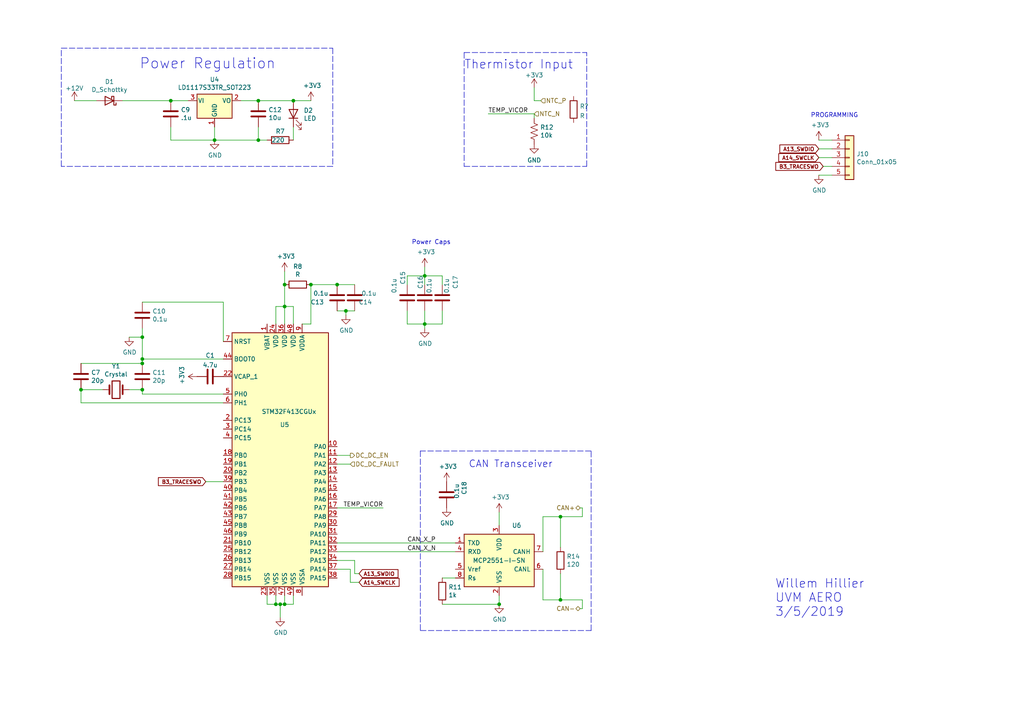
<source format=kicad_sch>
(kicad_sch (version 20211123) (generator eeschema)
  (paper "A4")
  (lib_symbols
    (symbol "Connector_Generic:Conn_01x05" (pin_names (offset 1.016) hide)
      (property "Reference" "J" (at 0 7.62 0))
      (property "Value" "Conn_01x05" (at 0 -7.62 0))
      (symbol "Conn_01x05_1_1"
        (rectangle (start -1.27 -4.953) (end 0 -5.207) (stroke (width 0.1524)))
        (rectangle (start -1.27 -2.413) (end 0 -2.667) (stroke (width 0.1524)))
        (rectangle (start -1.27 0.127) (end 0 -0.127) (stroke (width 0.1524)))
        (rectangle (start -1.27 2.667) (end 0 2.413) (stroke (width 0.1524)))
        (rectangle (start -1.27 5.207) (end 0 4.953) (stroke (width 0.1524)))
        (rectangle (start -1.27 6.35) (end 1.27 -6.35) (stroke (width 0.254)) (fill (type background)))
        (pin passive line (at -5.08 5.08 0) (length 3.81) (name "Pin_1") (number "1"))
        (pin passive line (at -5.08 2.54 0) (length 3.81) (name "Pin_2") (number "2"))
        (pin passive line (at -5.08 0 0) (length 3.81) (name "Pin_3") (number "3"))
        (pin passive line (at -5.08 -2.54 0) (length 3.81) (name "Pin_4") (number "4"))
        (pin passive line (at -5.08 -5.08 0) (length 3.81) (name "Pin_5") (number "5"))
      )
    )
    (symbol "Device:C" (pin_numbers hide) (pin_names (offset 0.254))
      (property "Reference" "C" (at 0.635 2.54 0))
      (property "Value" "C" (at 0.635 -2.54 0))
      (symbol "C_0_1"
        (polyline (pts (xy -2.032 -0.762) (xy 2.032 -0.762)) (stroke (width 0.508)))
        (polyline (pts (xy -2.032 0.762) (xy 2.032 0.762)) (stroke (width 0.508)))
      )
      (symbol "C_1_1"
        (pin passive line (at 0 3.81 270) (length 2.794) (name "~") (number "1"))
        (pin passive line (at 0 -3.81 90) (length 2.794) (name "~") (number "2"))
      )
    )
    (symbol "Device:Crystal" (pin_numbers hide) (pin_names (offset 1.016) hide)
      (property "Reference" "Y" (at 0 3.81 0))
      (property "Value" "Crystal" (at 0 -3.81 0))
      (symbol "Crystal_0_1"
        (rectangle (start -1.143 2.54) (end 1.143 -2.54) (stroke (width 0.3048)))
        (polyline (pts (xy -2.54 0) (xy -1.905 0)))
        (polyline (pts (xy -1.905 -1.27) (xy -1.905 1.27)) (stroke (width 0.508)))
        (polyline (pts (xy 1.905 -1.27) (xy 1.905 1.27)) (stroke (width 0.508)))
        (polyline (pts (xy 2.54 0) (xy 1.905 0)))
      )
      (symbol "Crystal_1_1"
        (pin passive line (at -3.81 0 0) (length 1.27) (name "1") (number "1"))
        (pin passive line (at 3.81 0 180) (length 1.27) (name "2") (number "2"))
      )
    )
    (symbol "Device:D_Schottky" (pin_numbers hide) (pin_names (offset 1.016) hide)
      (property "Reference" "D" (at 0 2.54 0))
      (property "Value" "D_Schottky" (at 0 -2.54 0))
      (symbol "D_Schottky_0_1"
        (polyline (pts (xy 1.27 0) (xy -1.27 0)))
        (polyline (pts (xy 1.27 1.27) (xy 1.27 -1.27) (xy -1.27 0) (xy 1.27 1.27)) (stroke (width 0.254)))
        (polyline (pts (xy -1.905 0.635) (xy -1.905 1.27) (xy -1.27 1.27) (xy -1.27 -1.27) (xy -0.635 -1.27) (xy -0.635 -0.635)) (stroke (width 0.254)))
      )
      (symbol "D_Schottky_1_1"
        (pin passive line (at -3.81 0 0) (length 2.54) (name "K") (number "1"))
        (pin passive line (at 3.81 0 180) (length 2.54) (name "A") (number "2"))
      )
    )
    (symbol "Device:LED" (pin_numbers hide) (pin_names (offset 1.016) hide)
      (property "Reference" "D" (at 0 2.54 0))
      (property "Value" "LED" (at 0 -2.54 0))
      (symbol "LED_0_1"
        (polyline (pts (xy -1.27 -1.27) (xy -1.27 1.27)) (stroke (width 0.254)))
        (polyline (pts (xy -1.27 0) (xy 1.27 0)))
        (polyline (pts (xy 1.27 -1.27) (xy 1.27 1.27) (xy -1.27 0) (xy 1.27 -1.27)) (stroke (width 0.254)))
        (polyline (pts (xy -3.048 -0.762) (xy -4.572 -2.286) (xy -3.81 -2.286) (xy -4.572 -2.286) (xy -4.572 -1.524)))
        (polyline (pts (xy -1.778 -0.762) (xy -3.302 -2.286) (xy -2.54 -2.286) (xy -3.302 -2.286) (xy -3.302 -1.524)))
      )
      (symbol "LED_1_1"
        (pin passive line (at -3.81 0 0) (length 2.54) (name "K") (number "1"))
        (pin passive line (at 3.81 0 180) (length 2.54) (name "A") (number "2"))
      )
    )
    (symbol "Device:R" (pin_numbers hide) (pin_names (offset 0))
      (property "Reference" "R" (at 2.032 0 90))
      (property "Value" "R" (at 0 0 90))
      (symbol "R_0_1"
        (rectangle (start -1.016 -2.54) (end 1.016 2.54) (stroke (width 0.254)))
      )
      (symbol "R_1_1"
        (pin passive line (at 0 3.81 270) (length 1.27) (name "~") (number "1"))
        (pin passive line (at 0 -3.81 90) (length 1.27) (name "~") (number "2"))
      )
    )
    (symbol "Device:R_US" (pin_numbers hide) (pin_names (offset 0))
      (property "Reference" "R" (at 2.54 0 90))
      (property "Value" "R_US" (at -2.54 0 90))
      (symbol "R_US_0_1"
        (polyline (pts (xy 0 -2.286) (xy 0 -2.54)))
        (polyline (pts (xy 0 2.286) (xy 0 2.54)))
        (polyline (pts (xy 0 -0.762) (xy 1.016 -1.143) (xy 0 -1.524) (xy -1.016 -1.905) (xy 0 -2.286)))
        (polyline (pts (xy 0 0.762) (xy 1.016 0.381) (xy 0 0) (xy -1.016 -0.381) (xy 0 -0.762)))
        (polyline (pts (xy 0 2.286) (xy 1.016 1.905) (xy 0 1.524) (xy -1.016 1.143) (xy 0 0.762)))
      )
      (symbol "R_US_1_1"
        (pin passive line (at 0 3.81 270) (length 1.27) (name "~") (number "1"))
        (pin passive line (at 0 -3.81 90) (length 1.27) (name "~") (number "2"))
      )
    )
    (symbol "Interface_CAN_LIN:MCP2551-I-SN" (pin_names (offset 1.016))
      (property "Reference" "U" (at -10.16 8.89 0))
      (property "Value" "MCP2551-I-SN" (at 2.54 8.89 0))
      (symbol "MCP2551-I-SN_0_1"
        (rectangle (start -10.16 7.62) (end 10.16 -7.62) (stroke (width 0.254)) (fill (type background)))
      )
      (symbol "MCP2551-I-SN_1_1"
        (pin input line (at -12.7 5.08 0) (length 2.54) (name "TXD") (number "1"))
        (pin power_in line (at 0 -10.16 90) (length 2.54) (name "VSS") (number "2"))
        (pin power_in line (at 0 10.16 270) (length 2.54) (name "VDD") (number "3"))
        (pin output line (at -12.7 2.54 0) (length 2.54) (name "RXD") (number "4"))
        (pin power_out line (at -12.7 -2.54 0) (length 2.54) (name "Vref") (number "5"))
        (pin bidirectional line (at 12.7 -2.54 180) (length 2.54) (name "CANL") (number "6"))
        (pin bidirectional line (at 12.7 2.54 180) (length 2.54) (name "CANH") (number "7"))
        (pin input line (at -12.7 -5.08 0) (length 2.54) (name "Rs") (number "8"))
      )
    )
    (symbol "MCU_ST_STM32F4:STM32F413CGUx"
      (property "Reference" "U" (at -15.24 36.83 0))
      (property "Value" "STM32F413CGUx" (at 7.62 36.83 0))
      (symbol "STM32F413CGUx_0_1"
        (rectangle (start -15.24 -38.1) (end 12.7 35.56) (stroke (width 0.254)) (fill (type background)))
      )
      (symbol "STM32F413CGUx_1_1"
        (pin power_in line (at -5.08 38.1 270) (length 2.54) (name "VBAT") (number "1"))
        (pin bidirectional line (at 15.24 2.54 180) (length 2.54) (name "PA0") (number "10"))
        (pin bidirectional line (at 15.24 0 180) (length 2.54) (name "PA1") (number "11"))
        (pin bidirectional line (at 15.24 -2.54 180) (length 2.54) (name "PA2") (number "12"))
        (pin bidirectional line (at 15.24 -5.08 180) (length 2.54) (name "PA3") (number "13"))
        (pin bidirectional line (at 15.24 -7.62 180) (length 2.54) (name "PA4") (number "14"))
        (pin bidirectional line (at 15.24 -10.16 180) (length 2.54) (name "PA5") (number "15"))
        (pin bidirectional line (at 15.24 -12.7 180) (length 2.54) (name "PA6") (number "16"))
        (pin bidirectional line (at 15.24 -15.24 180) (length 2.54) (name "PA7") (number "17"))
        (pin bidirectional line (at -17.78 0 0) (length 2.54) (name "PB0") (number "18"))
        (pin bidirectional line (at -17.78 -2.54 0) (length 2.54) (name "PB1") (number "19"))
        (pin bidirectional line (at -17.78 10.16 0) (length 2.54) (name "PC13") (number "2"))
        (pin bidirectional line (at -17.78 -5.08 0) (length 2.54) (name "PB2") (number "20"))
        (pin bidirectional line (at -17.78 -25.4 0) (length 2.54) (name "PB10") (number "21"))
        (pin power_in line (at -17.78 22.86 0) (length 2.54) (name "VCAP_1") (number "22"))
        (pin power_in line (at -5.08 -40.64 90) (length 2.54) (name "VSS") (number "23"))
        (pin power_in line (at -2.54 38.1 270) (length 2.54) (name "VDD") (number "24"))
        (pin bidirectional line (at -17.78 -27.94 0) (length 2.54) (name "PB12") (number "25"))
        (pin bidirectional line (at -17.78 -30.48 0) (length 2.54) (name "PB13") (number "26"))
        (pin bidirectional line (at -17.78 -33.02 0) (length 2.54) (name "PB14") (number "27"))
        (pin bidirectional line (at -17.78 -35.56 0) (length 2.54) (name "PB15") (number "28"))
        (pin bidirectional line (at 15.24 -17.78 180) (length 2.54) (name "PA8") (number "29"))
        (pin bidirectional line (at -17.78 7.62 0) (length 2.54) (name "PC14") (number "3"))
        (pin bidirectional line (at 15.24 -20.32 180) (length 2.54) (name "PA9") (number "30"))
        (pin bidirectional line (at 15.24 -22.86 180) (length 2.54) (name "PA10") (number "31"))
        (pin bidirectional line (at 15.24 -25.4 180) (length 2.54) (name "PA11") (number "32"))
        (pin bidirectional line (at 15.24 -27.94 180) (length 2.54) (name "PA12") (number "33"))
        (pin bidirectional line (at 15.24 -30.48 180) (length 2.54) (name "PA13") (number "34"))
        (pin power_in line (at -2.54 -40.64 90) (length 2.54) (name "VSS") (number "35"))
        (pin power_in line (at 0 38.1 270) (length 2.54) (name "VDD") (number "36"))
        (pin bidirectional line (at 15.24 -33.02 180) (length 2.54) (name "PA14") (number "37"))
        (pin bidirectional line (at 15.24 -35.56 180) (length 2.54) (name "PA15") (number "38"))
        (pin bidirectional line (at -17.78 -7.62 0) (length 2.54) (name "PB3") (number "39"))
        (pin bidirectional line (at -17.78 5.08 0) (length 2.54) (name "PC15") (number "4"))
        (pin bidirectional line (at -17.78 -10.16 0) (length 2.54) (name "PB4") (number "40"))
        (pin bidirectional line (at -17.78 -12.7 0) (length 2.54) (name "PB5") (number "41"))
        (pin bidirectional line (at -17.78 -15.24 0) (length 2.54) (name "PB6") (number "42"))
        (pin bidirectional line (at -17.78 -17.78 0) (length 2.54) (name "PB7") (number "43"))
        (pin input line (at -17.78 27.94 0) (length 2.54) (name "BOOT0") (number "44"))
        (pin bidirectional line (at -17.78 -20.32 0) (length 2.54) (name "PB8") (number "45"))
        (pin bidirectional line (at -17.78 -22.86 0) (length 2.54) (name "PB9") (number "46"))
        (pin power_in line (at 0 -40.64 90) (length 2.54) (name "VSS") (number "47"))
        (pin power_in line (at 2.54 38.1 270) (length 2.54) (name "VDD") (number "48"))
        (pin power_in line (at 2.54 -40.64 90) (length 2.54) (name "VSS") (number "49"))
        (pin input line (at -17.78 17.78 0) (length 2.54) (name "PH0") (number "5"))
        (pin input line (at -17.78 15.24 0) (length 2.54) (name "PH1") (number "6"))
        (pin input line (at -17.78 33.02 0) (length 2.54) (name "NRST") (number "7"))
        (pin power_in line (at 5.08 -40.64 90) (length 2.54) (name "VSSA") (number "8"))
        (pin power_in line (at 5.08 38.1 270) (length 2.54) (name "VDDA") (number "9"))
      )
    )
    (symbol "Regulator_Linear:LD1117S33TR_SOT223" (pin_names (offset 0.254))
      (property "Reference" "U" (at -3.81 3.175 0))
      (property "Value" "LD1117S33TR_SOT223" (at 0 3.175 0))
      (symbol "LD1117S33TR_SOT223_0_1"
        (rectangle (start -5.08 -5.08) (end 5.08 1.905) (stroke (width 0.254)) (fill (type background)))
      )
      (symbol "LD1117S33TR_SOT223_1_1"
        (pin power_in line (at 0 -7.62 90) (length 2.54) (name "GND") (number "1"))
        (pin power_out line (at 7.62 0 180) (length 2.54) (name "VO") (number "2"))
        (pin power_in line (at -7.62 0 0) (length 2.54) (name "VI") (number "3"))
      )
    )
    (symbol "power:+12V" (power) (pin_names (offset 0))
      (property "Value" "+12V" (at 0 3.556 0))
      (symbol "+12V_0_1"
        (polyline (pts (xy -0.762 1.27) (xy 0 2.54)))
        (polyline (pts (xy 0 0) (xy 0 2.54)))
        (polyline (pts (xy 0 2.54) (xy 0.762 1.27)))
      )
      (symbol "+12V_1_1"
        (pin power_in line (at 0 0 90) (length 0) hide (name "+12V") (number "1"))
      )
    )
    (symbol "power:+3.3V" (power) (pin_names (offset 0))
      (property "Value" "+3.3V" (at 0 3.556 0))
      (symbol "+3.3V_0_1"
        (polyline (pts (xy -0.762 1.27) (xy 0 2.54)))
        (polyline (pts (xy 0 0) (xy 0 2.54)))
        (polyline (pts (xy 0 2.54) (xy 0.762 1.27)))
      )
      (symbol "+3.3V_1_1"
        (pin power_in line (at 0 0 90) (length 0) hide (name "+3V3") (number "1"))
      )
    )
    (symbol "power:GND" (power) (pin_names (offset 0))
      (property "Value" "GND" (at 0 -3.81 0))
      (symbol "GND_0_1"
        (polyline (pts (xy 0 0) (xy 0 -1.27) (xy 1.27 -1.27) (xy 0 -2.54) (xy -1.27 -1.27) (xy 0 -1.27)))
      )
      (symbol "GND_1_1"
        (pin power_in line (at 0 0 270) (length 0) hide (name "GND") (number "1"))
      )
    )
  )
  (junction (at 82.55 175.26))
  (junction (at 81.28 175.26))
  (junction (at 23.495 113.03))
  (junction (at 74.93 29.21))
  (junction (at 97.79 82.55))
  (junction (at 62.23 40.64))
  (junction (at 90.17 82.55))
  (junction (at 85.09 29.21))
  (junction (at 144.78 175.26))
  (junction (at 41.275 104.14))
  (junction (at 80.01 175.26))
  (junction (at 41.275 113.03))
  (junction (at 49.53 29.21))
  (junction (at 41.275 97.79))
  (junction (at 74.93 40.64))
  (junction (at 162.56 173.99))
  (junction (at 82.55 88.9))
  (junction (at 100.33 90.17))
  (junction (at 123.19 80.01))
  (junction (at 162.56 149.86))
  (junction (at 41.275 105.41))
  (junction (at 123.19 93.98))
  (junction (at 82.55 82.55))
  (wire (pts (xy 162.56 158.75) (xy 162.56 149.86)))
  (wire (pts (xy 49.53 29.21) (xy 54.61 29.21)))
  (wire (pts (xy 80.01 175.26) (xy 77.47 175.26)))
  (wire (pts (xy 157.48 173.99) (xy 162.56 173.99)))
  (wire (pts (xy 102.87 162.56) (xy 97.79 162.56)))
  (wire (pts (xy 168.275 147.32) (xy 168.91 147.32)))
  (wire (pts (xy 90.17 93.98) (xy 87.63 93.98)))
  (wire (pts (xy 81.28 179.07) (xy 81.28 175.26)))
  (wire (pts (xy 82.55 175.26) (xy 82.55 172.72)))
  (wire (pts (xy 123.19 93.98) (xy 123.19 95.25)))
  (wire (pts (xy 85.09 40.64) (xy 85.09 36.83)))
  (wire (pts (xy 154.94 25.4) (xy 154.94 29.21)))
  (wire (pts (xy 41.275 97.79) (xy 41.275 95.25)))
  (wire (pts (xy 41.275 105.41) (xy 41.275 104.14)))
  (polyline (pts (xy 96.52 13.97) (xy 96.52 48.26)))
  (wire (pts (xy 157.48 165.1) (xy 157.48 173.99)))
  (wire (pts (xy 23.495 113.03) (xy 23.495 116.84)))
  (wire (pts (xy 241.3 45.72) (xy 237.49 45.72)))
  (wire (pts (xy 123.19 90.17) (xy 123.19 93.98)))
  (wire (pts (xy 74.93 40.64) (xy 77.47 40.64)))
  (wire (pts (xy 49.53 36.83) (xy 49.53 40.64)))
  (wire (pts (xy 82.55 82.55) (xy 82.55 88.9)))
  (wire (pts (xy 82.55 175.26) (xy 85.09 175.26)))
  (wire (pts (xy 128.27 167.64) (xy 132.08 167.64)))
  (wire (pts (xy 64.77 114.3) (xy 41.275 114.3)))
  (wire (pts (xy 168.91 176.53) (xy 168.275 176.53)))
  (wire (pts (xy 128.27 90.17) (xy 128.27 93.98)))
  (wire (pts (xy 168.91 147.32) (xy 168.91 149.86)))
  (wire (pts (xy 41.275 87.63) (xy 64.77 87.63)))
  (wire (pts (xy 41.275 104.14) (xy 41.275 97.79)))
  (wire (pts (xy 97.79 160.02) (xy 132.08 160.02)))
  (wire (pts (xy 101.6 132.08) (xy 97.79 132.08)))
  (wire (pts (xy 81.28 175.26) (xy 82.55 175.26)))
  (wire (pts (xy 77.47 175.26) (xy 77.47 172.72)))
  (wire (pts (xy 62.23 36.83) (xy 62.23 40.64)))
  (polyline (pts (xy 171.45 182.88) (xy 171.45 130.81)))
  (wire (pts (xy 97.79 90.17) (xy 100.33 90.17)))
  (wire (pts (xy 85.09 175.26) (xy 85.09 172.72)))
  (wire (pts (xy 74.93 36.83) (xy 74.93 40.64)))
  (wire (pts (xy 37.465 97.79) (xy 41.275 97.79)))
  (wire (pts (xy 80.01 88.9) (xy 80.01 93.98)))
  (wire (pts (xy 81.28 175.26) (xy 80.01 175.26)))
  (wire (pts (xy 41.275 113.03) (xy 37.465 113.03)))
  (wire (pts (xy 23.495 116.84) (xy 64.77 116.84)))
  (wire (pts (xy 97.79 82.55) (xy 102.87 82.55)))
  (wire (pts (xy 82.55 88.9) (xy 85.09 88.9)))
  (wire (pts (xy 157.48 149.86) (xy 162.56 149.86)))
  (wire (pts (xy 100.33 90.17) (xy 102.87 90.17)))
  (wire (pts (xy 237.49 43.18) (xy 241.3 43.18)))
  (wire (pts (xy 74.93 29.21) (xy 69.85 29.21)))
  (wire (pts (xy 162.56 149.86) (xy 168.91 149.86)))
  (wire (pts (xy 118.11 93.98) (xy 123.19 93.98)))
  (wire (pts (xy 168.91 173.99) (xy 168.91 176.53)))
  (wire (pts (xy 74.93 29.21) (xy 85.09 29.21)))
  (wire (pts (xy 97.79 157.48) (xy 132.08 157.48)))
  (wire (pts (xy 144.78 148.59) (xy 144.78 152.4)))
  (wire (pts (xy 123.19 80.01) (xy 123.19 77.47)))
  (wire (pts (xy 162.56 166.37) (xy 162.56 173.99)))
  (wire (pts (xy 100.33 90.17) (xy 100.33 91.44)))
  (polyline (pts (xy 134.62 48.26) (xy 170.18 48.26)))
  (wire (pts (xy 123.19 82.55) (xy 123.19 80.01)))
  (wire (pts (xy 59.69 139.7) (xy 64.77 139.7)))
  (wire (pts (xy 128.27 80.01) (xy 128.27 82.55)))
  (wire (pts (xy 41.275 105.41) (xy 23.495 105.41)))
  (wire (pts (xy 141.605 33.02) (xy 154.94 33.02)))
  (polyline (pts (xy 121.92 130.81) (xy 121.92 182.88)))
  (wire (pts (xy 62.23 40.64) (xy 74.93 40.64)))
  (wire (pts (xy 144.78 172.72) (xy 144.78 175.26)))
  (polyline (pts (xy 17.78 48.26) (xy 17.78 13.97)))
  (wire (pts (xy 82.55 78.74) (xy 82.55 82.55)))
  (wire (pts (xy 64.77 87.63) (xy 64.77 99.06)))
  (polyline (pts (xy 96.52 48.26) (xy 17.78 48.26)))
  (wire (pts (xy 154.94 29.21) (xy 156.845 29.21)))
  (polyline (pts (xy 134.62 15.24) (xy 134.62 48.26)))
  (wire (pts (xy 85.09 29.21) (xy 90.17 29.21)))
  (wire (pts (xy 118.11 82.55) (xy 118.11 80.01)))
  (polyline (pts (xy 170.18 48.26) (xy 170.18 15.24)))
  (wire (pts (xy 123.19 80.01) (xy 128.27 80.01)))
  (wire (pts (xy 101.6 168.91) (xy 104.14 168.91)))
  (polyline (pts (xy 121.92 182.88) (xy 171.45 182.88)))
  (wire (pts (xy 118.11 80.01) (xy 123.19 80.01)))
  (wire (pts (xy 97.79 147.32) (xy 111.125 147.32)))
  (polyline (pts (xy 171.45 130.81) (xy 121.92 130.81)))
  (wire (pts (xy 80.01 172.72) (xy 80.01 175.26)))
  (wire (pts (xy 237.49 50.8) (xy 241.3 50.8)))
  (wire (pts (xy 23.495 113.03) (xy 29.845 113.03)))
  (wire (pts (xy 21.59 29.21) (xy 27.94 29.21)))
  (wire (pts (xy 102.87 166.37) (xy 102.87 162.56)))
  (wire (pts (xy 157.48 149.86) (xy 157.48 160.02)))
  (wire (pts (xy 64.77 104.14) (xy 41.275 104.14)))
  (wire (pts (xy 162.56 173.99) (xy 168.91 173.99)))
  (polyline (pts (xy 134.62 15.24) (xy 170.18 15.24)))
  (wire (pts (xy 101.6 165.1) (xy 97.79 165.1)))
  (wire (pts (xy 238.76 48.26) (xy 241.3 48.26)))
  (wire (pts (xy 82.55 88.9) (xy 80.01 88.9)))
  (wire (pts (xy 82.55 88.9) (xy 82.55 93.98)))
  (wire (pts (xy 90.17 82.55) (xy 97.79 82.55)))
  (wire (pts (xy 49.53 40.64) (xy 62.23 40.64)))
  (wire (pts (xy 118.11 90.17) (xy 118.11 93.98)))
  (wire (pts (xy 101.6 165.1) (xy 101.6 168.91)))
  (polyline (pts (xy 17.78 13.97) (xy 96.52 13.97)))
  (wire (pts (xy 41.275 114.3) (xy 41.275 113.03)))
  (wire (pts (xy 237.49 40.64) (xy 241.3 40.64)))
  (wire (pts (xy 154.94 34.29) (xy 154.94 33.02)))
  (wire (pts (xy 101.6 134.62) (xy 97.79 134.62)))
  (wire (pts (xy 128.27 175.26) (xy 144.78 175.26)))
  (wire (pts (xy 90.17 82.55) (xy 90.17 93.98)))
  (wire (pts (xy 85.09 88.9) (xy 85.09 93.98)))
  (wire (pts (xy 123.19 93.98) (xy 128.27 93.98)))
  (wire (pts (xy 104.14 166.37) (xy 102.87 166.37)))
  (wire (pts (xy 35.56 29.21) (xy 49.53 29.21)))
  (text "Willem Hillier\nUVM AERO\n3/5/2019" (at 224.79 179.07 0) (effects (font (size 2.54 2.54)) (justify left bottom)))
  (text "CAN Transceiver" (at 135.89 135.89 0) (effects (font (size 2.0066 2.0066)) (justify left bottom)))
  (text "PROGRAMMING" (at 248.92 34.29 180) (effects (font (size 1.27 1.27)) (justify right bottom)))
  (text "Thermistor Input\n" (at 134.62 20.32 0) (effects (font (size 2.54 2.54)) (justify left bottom)))
  (text "Power Caps" (at 119.38 71.12 0) (effects (font (size 1.27 1.27)) (justify left bottom)))
  (text "Power Regulation" (at 80.01 20.32 180) (effects (font (size 2.9972 2.9972)) (justify right bottom)))
  (label "CAN_X_N" (at 118.11 160.02 0))
  (label "CAN_X_P" (at 118.11 157.48 0))
  (label "TEMP_VICOR" (at 111.125 147.32 180))
  (label "TEMP_VICOR" (at 141.605 33.02 0))
  (global_label "A14_SWCLK" (shape input) (at 237.49 45.72 180) (effects (font (size 1.0922 1.0922) (thickness 0.2184) bold)) (property "Intersheet References" "${INTERSHEET_REFS}" (effects hide)))
  (global_label "A13_SWDIO" (shape input) (at 104.14 166.37 0) (effects (font (size 1.0922 1.0922) (thickness 0.2184) bold)) (property "Intersheet References" "${INTERSHEET_REFS}" (effects hide)))
  (global_label "A13_SWDIO" (shape input) (at 237.49 43.18 180) (effects (font (size 1.0922 1.0922) (thickness 0.2184) bold)) (property "Intersheet References" "${INTERSHEET_REFS}" (effects hide)))
  (global_label "A14_SWCLK" (shape input) (at 104.14 168.91 0) (effects (font (size 1.0922 1.0922) (thickness 0.2184) bold)) (property "Intersheet References" "${INTERSHEET_REFS}" (effects hide)))
  (global_label "B3_TRACESWO" (shape input) (at 59.69 139.7 180) (effects (font (size 1.0922 1.0922) (thickness 0.2184) bold)) (property "Intersheet References" "${INTERSHEET_REFS}" (effects hide)))
  (global_label "B3_TRACESWO" (shape input) (at 238.76 48.26 180) (effects (font (size 1.0922 1.0922) (thickness 0.2184) bold)) (property "Intersheet References" "${INTERSHEET_REFS}" (effects hide)))
  (hierarchical_label "NTC_N" (shape input) (at 154.94 33.02 0))
  (hierarchical_label "NTC_P" (shape input) (at 156.845 29.21 0))
  (hierarchical_label "CAN-" (shape bidirectional) (at 168.275 176.53 180))
  (hierarchical_label "DC_DC_FAULT" (shape input) (at 101.6 134.62 0))
  (hierarchical_label "DC_DC_EN" (shape output) (at 101.6 132.08 0))
  (hierarchical_label "CAN+" (shape bidirectional) (at 168.275 147.32 180))
  (symbol (lib_id "Device:R_US") (at 154.94 38.1 180) (unit 1)
    (property "Reference" "R12" (at 156.6672 36.9316 0) (effects (justify right)))
    (property "Value" "10k" (at 156.6672 39.243 0) (effects (justify right)))
    (property "Footprint" "Resistor_SMD:R_0603_1608Metric_Pad0.98x0.95mm_HandSolder" (effects hide))
  )
  (symbol (lib_id "MCU_ST_STM32F4:STM32F413CGUx") (at 82.55 132.08 0) (unit 1)
    (property "Reference" "U5" (at 82.55 123.19 0))
    (property "Value" "STM32F413CGUx" (at 83.82 119.38 0))
    (property "Footprint" "Package_DFN_QFN:QFN-48-1EP_7x7mm_P0.5mm_EP5.3x5.3mm" (effects hide))
    (property "Datasheet" "http://www.st.com/st-web-ui/static/active/en/resource/technical/document/datasheet/DM00282249.pdf" (effects hide))
  )
  (symbol (lib_id "Regulator_Linear:LD1117S33TR_SOT223") (at 62.23 29.21 0) (unit 1)
    (property "Reference" "U4" (at 62.23 23.0632 0))
    (property "Value" "LD1117S33TR_SOT223" (at 62.23 25.3746 0))
    (property "Footprint" "Package_TO_SOT_SMD:SOT-223-3_TabPin2" (effects hide))
    (property "Datasheet" "http://www.st.com/st-web-ui/static/active/en/resource/technical/document/datasheet/CD00000544.pdf" (effects hide))
  )
  (symbol (lib_id "Device:C") (at 49.53 33.02 0) (unit 1)
    (property "Reference" "C9" (at 52.451 31.8516 0) (effects (justify left)))
    (property "Value" ".1u" (at 52.451 34.163 0) (effects (justify left)))
    (property "Footprint" "Capacitor_SMD:C_0603_1608Metric_Pad1.08x0.95mm_HandSolder" (effects hide))
  )
  (symbol (lib_id "Device:C") (at 74.93 33.02 0) (unit 1)
    (property "Reference" "C12" (at 77.851 31.8516 0) (effects (justify left)))
    (property "Value" "10u" (at 77.851 34.163 0) (effects (justify left)))
    (property "Footprint" "Capacitor_SMD:C_0603_1608Metric_Pad1.08x0.95mm_HandSolder" (effects hide))
  )
  (symbol (lib_id "Device:D_Schottky") (at 31.75 29.21 180) (unit 1)
    (property "Reference" "D1" (at 31.75 23.6982 0))
    (property "Value" "D_Schottky" (at 31.75 26.0096 0))
    (property "Footprint" "Diode_SMD:D_SMB_Handsoldering" (effects hide))
  )
  (symbol (lib_id "Device:LED") (at 85.09 33.02 90) (unit 1)
    (property "Reference" "D2" (at 88.0872 32.0294 90) (effects (justify right)))
    (property "Value" "LED" (at 88.0872 34.3408 90) (effects (justify right)))
    (property "Footprint" "LED_SMD:LED_0603_1608Metric_Pad1.05x0.95mm_HandSolder" (effects hide))
  )
  (symbol (lib_id "Device:R") (at 81.28 40.64 90) (unit 1)
    (property "Reference" "R7" (at 81.28 38.1 90))
    (property "Value" "220" (at 80.645 40.64 90))
    (property "Footprint" "Resistor_SMD:R_0603_1608Metric_Pad0.98x0.95mm_HandSolder" (effects hide))
  )
  (symbol (lib_id "power:GND") (at 62.23 40.64 0) (unit 1)
    (property "Reference" "#PWR026" (effects hide))
    (property "Value" "GND" (at 62.357 45.0342 0))
  )
  (symbol (lib_id "power:+3.3V") (at 90.17 29.21 0) (unit 1)
    (property "Reference" "#PWR029" (effects hide))
    (property "Value" "+3.3V" (at 90.551 24.8158 0))
  )
  (symbol (lib_id "Device:C") (at 41.275 91.44 0) (unit 1)
    (property "Reference" "C10" (at 44.196 90.2716 0) (effects (justify left)))
    (property "Value" "0.1u" (at 44.196 92.583 0) (effects (justify left)))
    (property "Footprint" "Capacitor_SMD:C_0603_1608Metric_Pad1.08x0.95mm_HandSolder" (effects hide))
  )
  (symbol (lib_id "power:GND") (at 37.465 97.79 0) (unit 1)
    (property "Reference" "#PWR025" (effects hide))
    (property "Value" "GND" (at 37.592 102.1842 0))
  )
  (symbol (lib_id "power:+3.3V") (at 82.55 78.74 0) (unit 1)
    (property "Reference" "#PWR028" (effects hide))
    (property "Value" "+3.3V" (at 82.931 74.3458 0))
  )
  (symbol (lib_id "Device:Crystal") (at 33.655 113.03 0) (unit 1)
    (property "Reference" "Y1" (at 33.655 106.2228 0))
    (property "Value" "Crystal" (at 33.655 108.5342 0))
    (property "Footprint" "Crystal:Crystal_HC49-U_Vertical" (effects hide))
  )
  (symbol (lib_id "Device:C") (at 23.495 109.22 0) (unit 1)
    (property "Reference" "C7" (at 26.416 108.0516 0) (effects (justify left)))
    (property "Value" "20p" (at 26.416 110.363 0) (effects (justify left)))
    (property "Footprint" "Capacitor_SMD:C_0603_1608Metric_Pad1.08x0.95mm_HandSolder" (effects hide))
  )
  (symbol (lib_id "Device:C") (at 41.275 109.22 0) (unit 1)
    (property "Reference" "C11" (at 44.196 108.0516 0) (effects (justify left)))
    (property "Value" "20p" (at 44.196 110.363 0) (effects (justify left)))
    (property "Footprint" "Capacitor_SMD:C_0603_1608Metric_Pad1.08x0.95mm_HandSolder" (effects hide))
  )
  (symbol (lib_id "power:+3.3V") (at 123.19 77.47 0) (unit 1)
    (property "Reference" "#PWR031" (effects hide))
    (property "Value" "+3.3V" (at 123.571 73.0758 0))
  )
  (symbol (lib_id "Device:R") (at 86.36 82.55 270) (unit 1)
    (property "Reference" "R8" (at 86.36 77.2922 90))
    (property "Value" "R" (at 86.36 79.6036 90))
    (property "Footprint" "Resistor_SMD:R_0603_1608Metric_Pad0.98x0.95mm_HandSolder" (effects hide))
  )
  (symbol (lib_id "Device:C") (at 118.11 86.36 0) (unit 1)
    (property "Reference" "C15" (at 116.84 82.55 90) (effects (justify left)))
    (property "Value" "0.1u" (at 114.3 85.09 90) (effects (justify left)))
    (property "Footprint" "Capacitor_SMD:C_0603_1608Metric_Pad1.08x0.95mm_HandSolder" (effects hide))
  )
  (symbol (lib_id "Device:C") (at 123.19 86.36 0) (unit 1)
    (property "Reference" "C16" (at 121.92 83.82 90) (effects (justify left)))
    (property "Value" "0.1u" (at 124.46 85.09 90) (effects (justify left)))
    (property "Footprint" "Capacitor_SMD:C_0603_1608Metric_Pad1.08x0.95mm_HandSolder" (effects hide))
  )
  (symbol (lib_id "Device:C") (at 128.27 86.36 0) (unit 1)
    (property "Reference" "C17" (at 132.08 83.82 90) (effects (justify left)))
    (property "Value" "0.1u" (at 129.54 85.09 90) (effects (justify left)))
    (property "Footprint" "Capacitor_SMD:C_0603_1608Metric_Pad1.08x0.95mm_HandSolder" (effects hide))
  )
  (symbol (lib_id "power:GND") (at 81.28 179.07 0) (unit 1)
    (property "Reference" "#PWR027" (effects hide))
    (property "Value" "GND" (at 81.407 183.4642 0))
  )
  (symbol (lib_id "Interface_CAN_LIN:MCP2551-I-SN") (at 144.78 162.56 0) (unit 1)
    (property "Reference" "U6" (at 149.86 152.4 0))
    (property "Value" "MCP2551-I-SN" (at 144.78 162.56 0))
    (property "Footprint" "Package_SO:SOIC-8_3.9x4.9mm_P1.27mm" (effects hide))
    (property "Datasheet" "http://ww1.microchip.com/downloads/en/devicedoc/21667d.pdf" (effects hide))
  )
  (symbol (lib_id "power:GND") (at 123.19 95.25 0) (unit 1)
    (property "Reference" "#PWR032" (effects hide))
    (property "Value" "GND" (at 123.317 99.6442 0))
  )
  (symbol (lib_id "Device:C") (at 102.87 86.36 180) (unit 1)
    (property "Reference" "C14" (at 107.95 87.63 0) (effects (justify left)))
    (property "Value" "0.1u" (at 109.22 85.09 0) (effects (justify left)))
    (property "Footprint" "Capacitor_SMD:C_0603_1608Metric_Pad1.08x0.95mm_HandSolder" (effects hide))
  )
  (symbol (lib_id "Device:C") (at 97.79 86.36 180) (unit 1)
    (property "Reference" "C13" (at 93.98 87.63 0) (effects (justify left)))
    (property "Value" "0.1u" (at 95.25 85.09 0) (effects (justify left)))
    (property "Footprint" "Capacitor_SMD:C_0603_1608Metric_Pad1.08x0.95mm_HandSolder" (effects hide))
  )
  (symbol (lib_id "Device:C") (at 129.54 143.51 0) (unit 1)
    (property "Reference" "C18" (at 134.62 143.51 90) (effects (justify left)))
    (property "Value" "0.1u" (at 132.461 144.653 90) (effects (justify left)))
    (property "Footprint" "Capacitor_SMD:C_0603_1608Metric_Pad1.08x0.95mm_HandSolder" (effects hide))
  )
  (symbol (lib_id "power:GND") (at 100.33 91.44 0) (unit 1)
    (property "Reference" "#PWR030" (effects hide))
    (property "Value" "GND" (at 100.457 95.8342 0))
  )
  (symbol (lib_id "power:+3.3V") (at 144.78 148.59 0) (unit 1)
    (property "Reference" "#PWR037" (effects hide))
    (property "Value" "+3.3V" (at 145.161 144.1958 0))
  )
  (symbol (lib_id "power:GND") (at 144.78 175.26 0) (unit 1)
    (property "Reference" "#PWR038" (effects hide))
    (property "Value" "GND" (at 144.907 179.6542 0))
  )
  (symbol (lib_id "power:GND") (at 129.54 147.32 0) (unit 1)
    (property "Reference" "#PWR034" (effects hide))
    (property "Value" "GND" (at 129.667 151.7142 0))
  )
  (symbol (lib_id "power:+3.3V") (at 129.54 139.7 0) (unit 1)
    (property "Reference" "#PWR033" (effects hide))
    (property "Value" "+3.3V" (at 129.921 135.3058 0))
  )
  (symbol (lib_id "Device:R") (at 162.56 162.56 0) (unit 1)
    (property "Reference" "R14" (at 164.338 161.3916 0) (effects (justify left)))
    (property "Value" "120" (at 164.338 163.703 0) (effects (justify left)))
    (property "Footprint" "Resistor_SMD:R_0603_1608Metric_Pad0.98x0.95mm_HandSolder" (effects hide))
  )
  (symbol (lib_id "Device:R") (at 128.27 171.45 0) (unit 1)
    (property "Reference" "R11" (at 130.048 170.2816 0) (effects (justify left)))
    (property "Value" "1k" (at 130.048 172.593 0) (effects (justify left)))
    (property "Footprint" "Resistor_SMD:R_0603_1608Metric_Pad0.98x0.95mm_HandSolder" (effects hide))
  )
  (symbol (lib_id "power:+3.3V") (at 237.49 40.64 0) (unit 1)
    (property "Reference" "#PWR040" (effects hide))
    (property "Value" "+3.3V" (at 237.871 36.2458 0))
  )
  (symbol (lib_id "power:GND") (at 237.49 50.8 0) (unit 1)
    (property "Reference" "#PWR041" (effects hide))
    (property "Value" "GND" (at 237.617 55.1942 0))
  )
  (symbol (lib_id "Connector_Generic:Conn_01x05") (at 246.38 45.72 0) (unit 1)
    (property "Reference" "J10" (at 248.412 44.6532 0) (effects (justify left)))
    (property "Value" "Conn_01x05" (at 248.412 46.9646 0) (effects (justify left)))
    (property "Footprint" "Connector_JST:JST_XH_B5B-XH-AM_1x05_P2.50mm_Vertical" (effects hide))
  )
  (symbol (lib_id "Device:C") (at 60.96 109.22 90) (unit 1)
    (property "Reference" "C1" (at 60.96 103.0945 90))
    (property "Value" "4.7u" (at 60.96 105.8696 90))
    (property "Footprint" "Capacitor_SMD:C_0603_1608Metric_Pad1.08x0.95mm_HandSolder" (effects hide))
  )
  (symbol (lib_id "power:GND") (at 154.94 41.91 0) (unit 1)
    (property "Reference" "#PWR0102" (effects hide))
    (property "Value" "GND" (at 154.94 46.4725 0))
  )
  (symbol (lib_id "power:+3.3V") (at 154.94 25.4 0) (unit 1)
    (property "Reference" "#PWR0101" (effects hide))
    (property "Value" "+3.3V" (at 154.94 21.7955 0))
  )
  (symbol (lib_id "power:+3.3V") (at 57.15 109.22 90) (unit 1)
    (property "Reference" "#PWR0109" (effects hide))
    (property "Value" "+3.3V" (at 52.7558 108.839 0))
  )
  (symbol (lib_id "Device:R") (at 166.37 31.75 0) (unit 1)
    (property "Reference" "R?" (at 168.148 30.8415 0) (effects (justify left)))
    (property "Value" "R" (at 168.148 33.6166 0) (effects (justify left)))
  )
  (symbol (lib_id "power:+12V") (at 21.59 29.21 0) (unit 1)
    (property "Reference" "#PWR0106" (effects hide))
    (property "Value" "+12V" (at 21.59 25.6055 0))
  )
)
</source>
